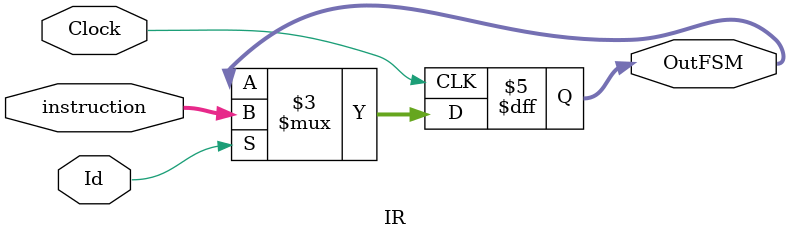
<source format=sv>

module IR(Clock,Id,instruction,OutFSM);
	input Clock,Id;
	input [15:0] instruction;
	output logic [15:0] OutFSM;
	always_ff @(posedge Clock) begin
		if(Id) OutFSM<=instruction;
		else OutFSM<=OutFSM;
	end
endmodule 
</source>
